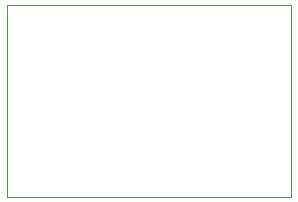
<source format=gm1>
G04 #@! TF.GenerationSoftware,KiCad,Pcbnew,9.0.1*
G04 #@! TF.CreationDate,2025-08-23T10:31:58+05:00*
G04 #@! TF.ProjectId,motor_driver,6d6f746f-725f-4647-9269-7665722e6b69,rev?*
G04 #@! TF.SameCoordinates,Original*
G04 #@! TF.FileFunction,Profile,NP*
%FSLAX46Y46*%
G04 Gerber Fmt 4.6, Leading zero omitted, Abs format (unit mm)*
G04 Created by KiCad (PCBNEW 9.0.1) date 2025-08-23 10:31:58*
%MOMM*%
%LPD*%
G01*
G04 APERTURE LIST*
G04 #@! TA.AperFunction,Profile*
%ADD10C,0.050000*%
G04 #@! TD*
G04 APERTURE END LIST*
D10*
X146700000Y-87750000D02*
X170700000Y-87750000D01*
X170700000Y-104000000D01*
X146700000Y-104000000D01*
X146700000Y-87750000D01*
M02*

</source>
